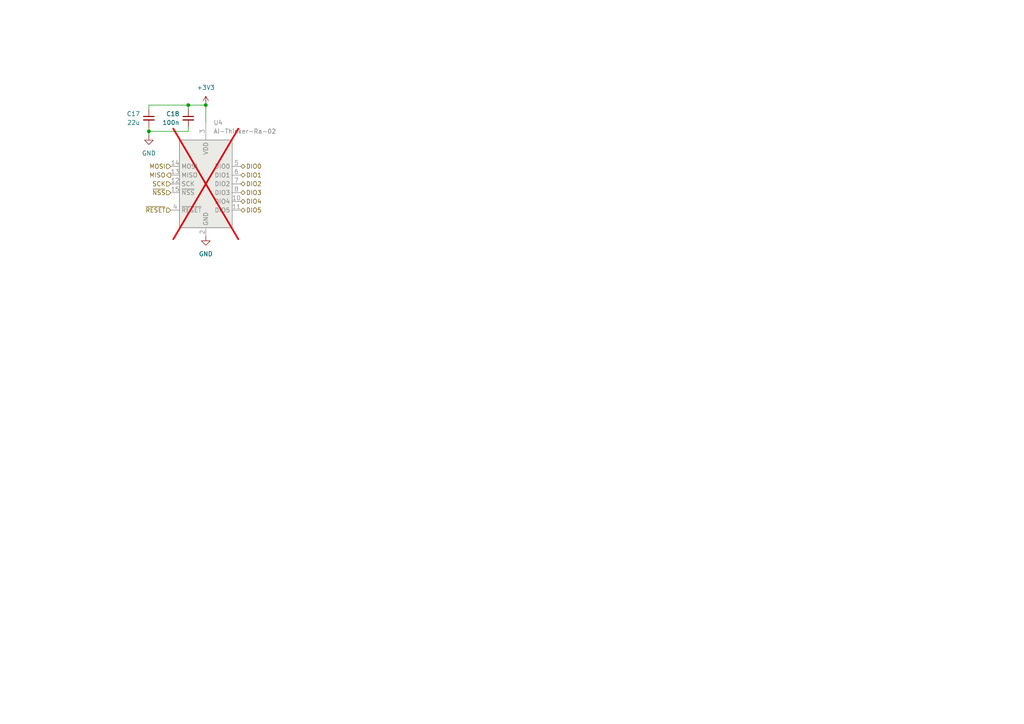
<source format=kicad_sch>
(kicad_sch (version 20231120) (generator "eeschema") (generator_version "8.0")
  (paper "A4")
  (lib_symbols
    (symbol "Device:C_Small" (pin_numbers hide) (pin_names (offset 0.254) hide)
      (property "Reference" "C" (at 0.254 1.778 0))
      (property "Value" "C_Small" (at 0.254 -2.032 0))
      (symbol "C_Small_0_1"
        (polyline (pts (xy -1.524 -0.508) (xy 1.524 -0.508)) (stroke (width 0.3302)))
        (polyline (pts (xy -1.524 0.508) (xy 1.524 0.508)) (stroke (width 0.3048)))
      )
      (symbol "C_Small_1_1"
        (pin passive line (at 0 2.54 270) (length 2.032) (name "~") (number "1"))
        (pin passive line (at 0 -2.54 90) (length 2.032) (name "~") (number "2"))
      )
    )
    (symbol "RF_Module:Ai-Thinker-Ra-02"
      (property "Reference" "U" (at 2.54 19.05 0))
      (property "Value" "Ai-Thinker-Ra-02" (at 13.97 -15.24 0))
      (symbol "Ai-Thinker-Ra-02_0_1"
        (rectangle (start -7.62 12.7) (end 7.62 -12.7) (stroke (width 0.254)) (fill (type background)))
      )
      (symbol "Ai-Thinker-Ra-02_1_1"
        (pin passive line (at 0 -15.24 90) (length 2.54) hide (name "GND") (number "1"))
        (pin bidirectional line (at 10.16 -5.08 180) (length 2.54) (name "DIO4") (number "10"))
        (pin bidirectional line (at 10.16 -7.62 180) (length 2.54) (name "DIO5") (number "11"))
        (pin input line (at -10.16 0 0) (length 2.54) (name "SCK") (number "12"))
        (pin output line (at -10.16 2.54 0) (length 2.54) (name "MISO") (number "13"))
        (pin input line (at -10.16 5.08 0) (length 2.54) (name "MOSI") (number "14"))
        (pin input line (at -10.16 -2.54 0) (length 2.54) (name "~{NSS}") (number "15"))
        (pin passive line (at 0 -15.24 90) (length 2.54) hide (name "GND") (number "16"))
        (pin power_in line (at 0 -15.24 90) (length 2.54) (name "GND") (number "2"))
        (pin power_in line (at 0 17.78 270) (length 5.08) (name "VDD") (number "3"))
        (pin input line (at -10.16 -7.62 0) (length 2.54) (name "~{RESET}") (number "4"))
        (pin bidirectional line (at 10.16 5.08 180) (length 2.54) (name "DIO0") (number "5"))
        (pin bidirectional line (at 10.16 2.54 180) (length 2.54) (name "DIO1") (number "6"))
        (pin bidirectional line (at 10.16 0 180) (length 2.54) (name "DIO2") (number "7"))
        (pin bidirectional line (at 10.16 -2.54 180) (length 2.54) (name "DIO3") (number "8"))
        (pin passive line (at 0 -15.24 90) (length 2.54) hide (name "GND") (number "9"))
      )
    )
    (symbol "power:+3V3" (power) (pin_numbers hide) (pin_names (offset 0) hide)
      (property "Value" "+3V3" (at 0 3.556 0))
      (symbol "+3V3_0_1"
        (polyline (pts (xy -0.762 1.27) (xy 0 2.54)))
        (polyline (pts (xy 0 0) (xy 0 2.54)))
        (polyline (pts (xy 0 2.54) (xy 0.762 1.27)))
      )
      (symbol "+3V3_1_1"
        (pin power_in line (at 0 0 90) (length 0) (name "~") (number "1"))
      )
    )
    (symbol "power:GND" (power) (pin_numbers hide) (pin_names (offset 0) hide)
      (property "Value" "GND" (at 0 -3.81 0))
      (symbol "GND_0_1"
        (polyline (pts (xy 0 0) (xy 0 -1.27) (xy 1.27 -1.27) (xy 0 -2.54) (xy -1.27 -1.27) (xy 0 -1.27)))
      )
      (symbol "GND_1_1"
        (pin power_in line (at 0 0 270) (length 0) (name "~") (number "1"))
      )
    )
  )
  (junction (at 54.61 30.48))
  (junction (at 59.69 30.48))
  (junction (at 43.18 38.1))
  (wire (pts (xy 59.69 30.48) (xy 59.69 35.56)))
  (wire (pts (xy 54.61 30.48) (xy 59.69 30.48)))
  (wire (pts (xy 43.18 38.1) (xy 54.61 38.1)))
  (wire (pts (xy 43.18 39.37) (xy 43.18 38.1)))
  (wire (pts (xy 43.18 38.1) (xy 43.18 36.83)))
  (wire (pts (xy 54.61 31.75) (xy 54.61 30.48)))
  (wire (pts (xy 54.61 38.1) (xy 54.61 36.83)))
  (wire (pts (xy 43.18 30.48) (xy 54.61 30.48)))
  (wire (pts (xy 43.18 31.75) (xy 43.18 30.48)))
  (hierarchical_label "DIO1" (shape bidirectional) (at 69.85 50.8 0))
  (hierarchical_label "DIO2" (shape bidirectional) (at 69.85 53.34 0))
  (hierarchical_label "SCK" (shape input) (at 49.53 53.34 180))
  (hierarchical_label "~{RESET}" (shape input) (at 49.53 60.96 180))
  (hierarchical_label "MOSI" (shape input) (at 49.53 48.26 180))
  (hierarchical_label "DIO0" (shape bidirectional) (at 69.85 48.26 0))
  (hierarchical_label "DIO4" (shape bidirectional) (at 69.85 58.42 0))
  (hierarchical_label "DIO3" (shape bidirectional) (at 69.85 55.88 0))
  (hierarchical_label "MISO" (shape output) (at 49.53 50.8 180))
  (hierarchical_label "~{NSS}" (shape input) (at 49.53 55.88 180))
  (hierarchical_label "DIO5" (shape bidirectional) (at 69.85 60.96 0))
  (symbol (lib_id "RF_Module:Ai-Thinker-Ra-02") (at 59.69 53.34 0) (unit 1) (dnp yes)
    (property "Reference" "U4" (at 61.8841 35.56 0) (effects (justify left)))
    (property "Value" "Ai-Thinker-Ra-02" (at 61.8841 38.1 0) (effects (justify left)))
    (property "Footprint" "RF_Module:Ai-Thinker-Ra-01-LoRa" (effects (hide yes)))
    (property "Datasheet" "http://wiki.ai-thinker.com/_media/lora/docs/c048ps01a1_ra-02_product_specification_v1.1.pdf" (effects (hide yes)))
    (property "Description" "Ai-Thinker Ra-02 410-525 MHz LoRa Module, SPI interface, U.FL antenna connector" (effects (hide yes)))
    (property "LCSC" "C90039" (effects (hide yes)))
  )
  (symbol (lib_id "Device:C_Small") (at 54.61 34.29 0) (unit 1)
    (property "Reference" "C18" (at 52.07 33.0262 0) (effects (justify right)))
    (property "Value" "100n" (at 52.07 35.5662 0) (effects (justify right)))
    (property "Footprint" "Capacitor_SMD:C_0402_1005Metric" (effects (hide yes)))
    (property "Description" "Unpolarized capacitor, small symbol" (effects (hide yes)))
    (property "LCSC" "C1525" (effects (hide yes)))
  )
  (symbol (lib_id "power:GND") (at 43.18 39.37 0) (unit 1)
    (property "Reference" "#PWR018" (effects (hide yes)))
    (property "Value" "GND" (at 43.18 44.45 0))
    (property "Description" "Power symbol creates a global label with name \"GND\" , ground" (effects (hide yes)))
  )
  (symbol (lib_id "power:+3V3") (at 59.69 30.48 0) (unit 1)
    (property "Reference" "#PWR017" (effects (hide yes)))
    (property "Value" "+3V3" (at 59.69 25.4 0))
    (property "Description" "Power symbol creates a global label with name \"+3V3\"" (effects (hide yes)))
  )
  (symbol (lib_id "power:GND") (at 59.69 68.58 0) (unit 1)
    (property "Reference" "#PWR019" (effects (hide yes)))
    (property "Value" "GND" (at 59.69 73.66 0))
    (property "Description" "Power symbol creates a global label with name \"GND\" , ground" (effects (hide yes)))
  )
  (symbol (lib_id "Device:C_Small") (at 43.18 34.29 0) (unit 1)
    (property "Reference" "C17" (at 40.64 33.0262 0) (effects (justify right)))
    (property "Value" "22u" (at 40.64 35.5662 0) (effects (justify right)))
    (property "Footprint" "Capacitor_SMD:C_0805_2012Metric" (effects (hide yes)))
    (property "Description" "Unpolarized capacitor, small symbol" (effects (hide yes)))
    (property "LCSC" "C45783" (effects (hide yes)))
  )
)
</source>
